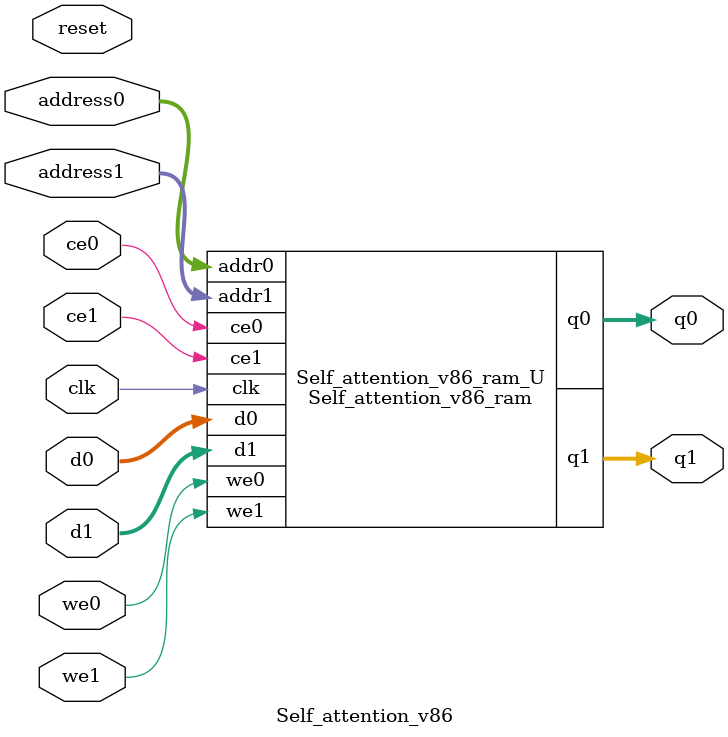
<source format=v>
`timescale 1 ns / 1 ps
module Self_attention_v86_ram (addr0, ce0, d0, we0, q0, addr1, ce1, d1, we1, q1,  clk);

parameter DWIDTH = 32;
parameter AWIDTH = 10;
parameter MEM_SIZE = 768;

input[AWIDTH-1:0] addr0;
input ce0;
input[DWIDTH-1:0] d0;
input we0;
output reg[DWIDTH-1:0] q0;
input[AWIDTH-1:0] addr1;
input ce1;
input[DWIDTH-1:0] d1;
input we1;
output reg[DWIDTH-1:0] q1;
input clk;

(* ram_style = "block" *)reg [DWIDTH-1:0] ram[0:MEM_SIZE-1];




always @(posedge clk)  
begin 
    if (ce0) begin
        if (we0) 
            ram[addr0] <= d0; 
        q0 <= ram[addr0];
    end
end


always @(posedge clk)  
begin 
    if (ce1) begin
        if (we1) 
            ram[addr1] <= d1; 
        q1 <= ram[addr1];
    end
end


endmodule

`timescale 1 ns / 1 ps
module Self_attention_v86(
    reset,
    clk,
    address0,
    ce0,
    we0,
    d0,
    q0,
    address1,
    ce1,
    we1,
    d1,
    q1);

parameter DataWidth = 32'd32;
parameter AddressRange = 32'd768;
parameter AddressWidth = 32'd10;
input reset;
input clk;
input[AddressWidth - 1:0] address0;
input ce0;
input we0;
input[DataWidth - 1:0] d0;
output[DataWidth - 1:0] q0;
input[AddressWidth - 1:0] address1;
input ce1;
input we1;
input[DataWidth - 1:0] d1;
output[DataWidth - 1:0] q1;



Self_attention_v86_ram Self_attention_v86_ram_U(
    .clk( clk ),
    .addr0( address0 ),
    .ce0( ce0 ),
    .we0( we0 ),
    .d0( d0 ),
    .q0( q0 ),
    .addr1( address1 ),
    .ce1( ce1 ),
    .we1( we1 ),
    .d1( d1 ),
    .q1( q1 ));

endmodule


</source>
